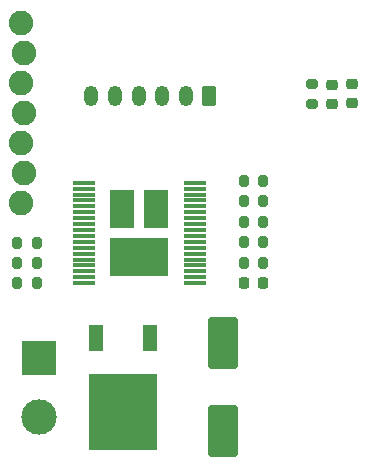
<source format=gts>
%TF.GenerationSoftware,KiCad,Pcbnew,(6.0.7-1)-1*%
%TF.CreationDate,2022-08-20T15:22:06+08:00*%
%TF.ProjectId,VNH5050A (test),564e4835-3035-4304-9120-287465737429,rev?*%
%TF.SameCoordinates,Original*%
%TF.FileFunction,Soldermask,Top*%
%TF.FilePolarity,Negative*%
%FSLAX46Y46*%
G04 Gerber Fmt 4.6, Leading zero omitted, Abs format (unit mm)*
G04 Created by KiCad (PCBNEW (6.0.7-1)-1) date 2022-08-20 15:22:06*
%MOMM*%
%LPD*%
G01*
G04 APERTURE LIST*
G04 Aperture macros list*
%AMRoundRect*
0 Rectangle with rounded corners*
0 $1 Rounding radius*
0 $2 $3 $4 $5 $6 $7 $8 $9 X,Y pos of 4 corners*
0 Add a 4 corners polygon primitive as box body*
4,1,4,$2,$3,$4,$5,$6,$7,$8,$9,$2,$3,0*
0 Add four circle primitives for the rounded corners*
1,1,$1+$1,$2,$3*
1,1,$1+$1,$4,$5*
1,1,$1+$1,$6,$7*
1,1,$1+$1,$8,$9*
0 Add four rect primitives between the rounded corners*
20,1,$1+$1,$2,$3,$4,$5,0*
20,1,$1+$1,$4,$5,$6,$7,0*
20,1,$1+$1,$6,$7,$8,$9,0*
20,1,$1+$1,$8,$9,$2,$3,0*%
G04 Aperture macros list end*
%ADD10RoundRect,0.250000X-1.000000X1.950000X-1.000000X-1.950000X1.000000X-1.950000X1.000000X1.950000X0*%
%ADD11RoundRect,0.200000X0.200000X0.275000X-0.200000X0.275000X-0.200000X-0.275000X0.200000X-0.275000X0*%
%ADD12R,1.200000X2.200000*%
%ADD13R,5.800000X6.400000*%
%ADD14R,3.000000X3.000000*%
%ADD15C,3.000000*%
%ADD16RoundRect,0.225000X0.225000X0.250000X-0.225000X0.250000X-0.225000X-0.250000X0.225000X-0.250000X0*%
%ADD17C,2.082800*%
%ADD18RoundRect,0.250000X0.350000X0.625000X-0.350000X0.625000X-0.350000X-0.625000X0.350000X-0.625000X0*%
%ADD19O,1.200000X1.750000*%
%ADD20RoundRect,0.200000X-0.200000X-0.275000X0.200000X-0.275000X0.200000X0.275000X-0.200000X0.275000X0*%
%ADD21RoundRect,0.218750X0.256250X-0.218750X0.256250X0.218750X-0.256250X0.218750X-0.256250X-0.218750X0*%
%ADD22RoundRect,0.200000X-0.275000X0.200000X-0.275000X-0.200000X0.275000X-0.200000X0.275000X0.200000X0*%
%ADD23RoundRect,0.218750X-0.256250X0.218750X-0.256250X-0.218750X0.256250X-0.218750X0.256250X0.218750X0*%
%ADD24RoundRect,0.014000X-0.881000X-0.161000X0.881000X-0.161000X0.881000X0.161000X-0.881000X0.161000X0*%
%ADD25R,2.100000X3.250000*%
%ADD26R,0.808000X0.808000*%
%ADD27R,4.950000X3.250000*%
G04 APERTURE END LIST*
D10*
X162217400Y-110014600D03*
X162217400Y-117414600D03*
D11*
X165625809Y-96263600D03*
X163975809Y-96263600D03*
D12*
X155993100Y-109514600D03*
D13*
X153713100Y-115814600D03*
D12*
X151433100Y-109514600D03*
D14*
X146608800Y-111214600D03*
D15*
X146608800Y-116214600D03*
D16*
X165575809Y-104899600D03*
X164025809Y-104899600D03*
D17*
X145111400Y-98119000D03*
X145365400Y-95579000D03*
X145111400Y-93039000D03*
X145365400Y-90499000D03*
X145111400Y-87959000D03*
X145365400Y-85419000D03*
X145111400Y-82879000D03*
D18*
X161058800Y-89037400D03*
D19*
X159058800Y-89037400D03*
X157058800Y-89037400D03*
X155058800Y-89037400D03*
X153058800Y-89037400D03*
X151058800Y-89037400D03*
D20*
X163975809Y-97993200D03*
X165625809Y-97993200D03*
D21*
X173153000Y-89660900D03*
X173153000Y-88085900D03*
D20*
X163975809Y-99720400D03*
X165625809Y-99720400D03*
X144798809Y-104904000D03*
X146448809Y-104904000D03*
X144798809Y-101475000D03*
X146448809Y-101475000D03*
D11*
X165625809Y-101445200D03*
X163975809Y-101445200D03*
D22*
X169774800Y-88068400D03*
X169774800Y-89718400D03*
D11*
X165625809Y-103167200D03*
X163975809Y-103167200D03*
D23*
X171451200Y-88125900D03*
X171451200Y-89700900D03*
D24*
X150412009Y-96409000D03*
X150412009Y-96909000D03*
X150412009Y-97409000D03*
X150412009Y-97909000D03*
X150412009Y-98409000D03*
X150412009Y-98909000D03*
X150412009Y-99409000D03*
X150412009Y-99909000D03*
X150412009Y-100409000D03*
X150412009Y-100909000D03*
X150412009Y-101409000D03*
X150412009Y-101909000D03*
X150412009Y-102409000D03*
X150412009Y-102909000D03*
X150412009Y-103409000D03*
X150412009Y-103909000D03*
X150412009Y-104409000D03*
X150412009Y-104909000D03*
X159842009Y-104909000D03*
X159842009Y-104409000D03*
X159842009Y-103909000D03*
X159842009Y-103409000D03*
X159842009Y-102909000D03*
X159842009Y-102409000D03*
X159842009Y-101909000D03*
X159842009Y-101409000D03*
X159842009Y-100909000D03*
X159842009Y-100409000D03*
X159842009Y-99909000D03*
X159842009Y-99409000D03*
X159842009Y-98909000D03*
X159842009Y-98409000D03*
X159842009Y-97909000D03*
X159842009Y-97409000D03*
X159842009Y-96909000D03*
X159842009Y-96409000D03*
D25*
X156577009Y-98634000D03*
D26*
X157102009Y-99717000D03*
X156052009Y-99717000D03*
X157102009Y-98634000D03*
X156052009Y-98634000D03*
X157102009Y-97551000D03*
X156052009Y-97551000D03*
D25*
X153677009Y-98634000D03*
D26*
X154202009Y-99717000D03*
X153152009Y-99717000D03*
X154202009Y-98634000D03*
X153152009Y-98634000D03*
X154202009Y-97551000D03*
X153152009Y-97551000D03*
D27*
X155127009Y-102684000D03*
D26*
X156983259Y-103767000D03*
X155745759Y-103767000D03*
X154508259Y-103767000D03*
X153270759Y-103767000D03*
X156983259Y-102684000D03*
X155745759Y-102684000D03*
X154508259Y-102684000D03*
X153270759Y-102684000D03*
X156983259Y-101601000D03*
X155745759Y-101601000D03*
X154508259Y-101601000D03*
X153270759Y-101601000D03*
D11*
X146448809Y-103176800D03*
X144798809Y-103176800D03*
M02*

</source>
